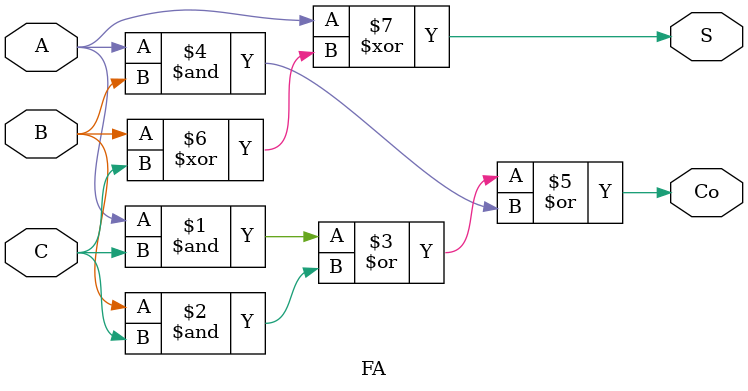
<source format=sv>
`timescale 1ns / 1ps


module FA(
    input A,
    input B,
    input C,
    output S,
    output Co
    );
    
    assign Co = (A & C) | (B & C) | (A & B);
    assign S = A ^ (B ^ C);
endmodule

</source>
